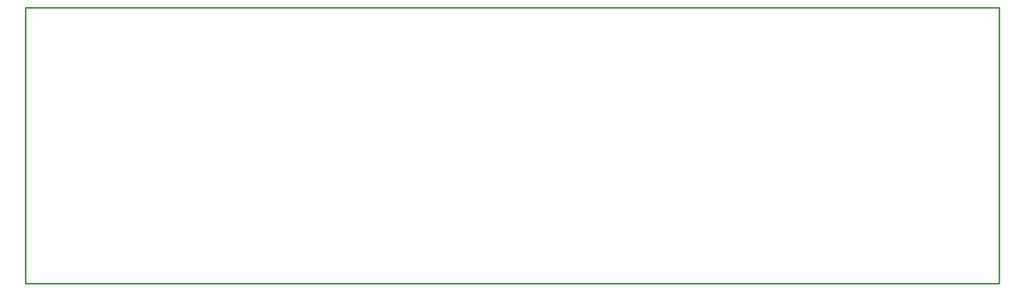
<source format=gbr>
G04 start of page 4 for group 2 idx 2 *
G04 Title: (unknown), outline *
G04 Creator: pcb 20140316 *
G04 CreationDate: Fri 09 Jan 2015 10:12:06 PM GMT UTC *
G04 For: ndholmes *
G04 Format: Gerber/RS-274X *
G04 PCB-Dimensions (mil): 6000.00 1700.00 *
G04 PCB-Coordinate-Origin: lower left *
%MOIN*%
%FSLAX25Y25*%
%LNOUTLINE*%
%ADD62C,0.0100*%
G54D62*X0Y0D02*X600000D01*
Y170000D01*
X0D01*
Y0D01*
M02*

</source>
